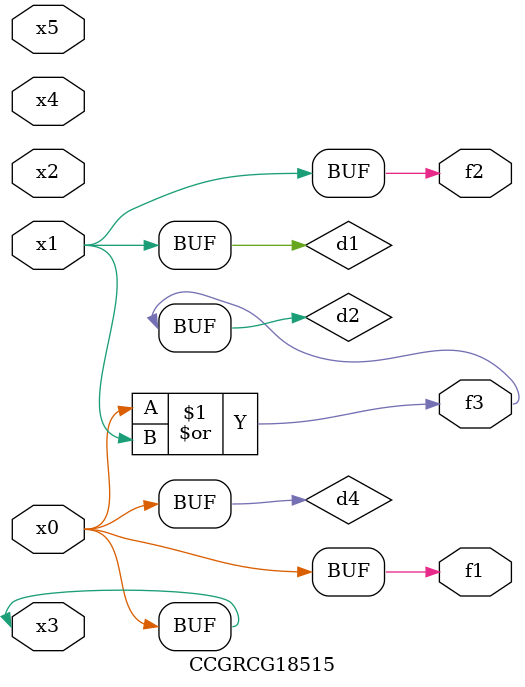
<source format=v>
module CCGRCG18515(
	input x0, x1, x2, x3, x4, x5,
	output f1, f2, f3
);

	wire d1, d2, d3, d4;

	and (d1, x1);
	or (d2, x0, x1);
	nand (d3, x0, x5);
	buf (d4, x0, x3);
	assign f1 = d4;
	assign f2 = d1;
	assign f3 = d2;
endmodule

</source>
